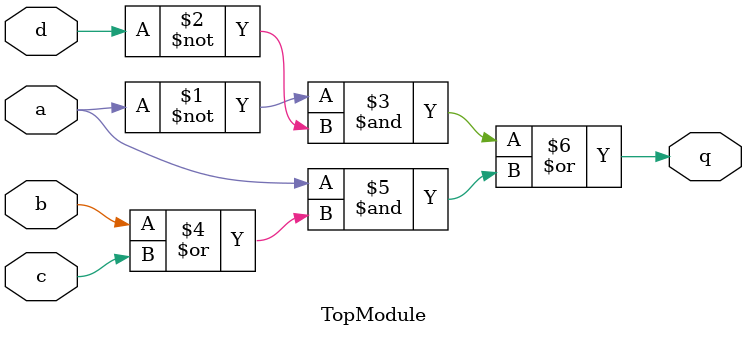
<source format=sv>

module TopModule (
  input a,
  input b,
  input c,
  input d,
  output q
);

  assign q = (~a & ~d) | (a & (b | c));

endmodule

// VERILOG-EVAL: errant inclusion of module definition

</source>
